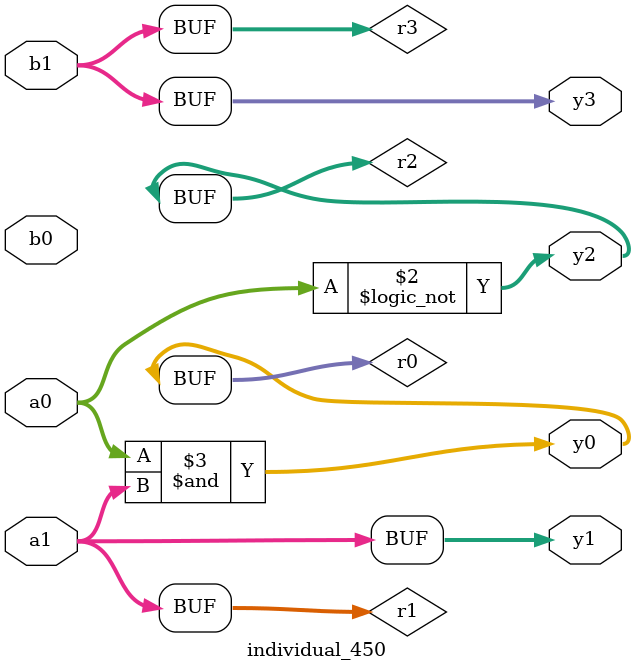
<source format=sv>
module individual_450(input logic [15:0] a1, input logic [15:0] a0, input logic [15:0] b1, input logic [15:0] b0, output logic [15:0] y3, output logic [15:0] y2, output logic [15:0] y1, output logic [15:0] y0);
logic [15:0] r0, r1, r2, r3; 
 always@(*) begin 
	 r0 = a0; r1 = a1; r2 = b0; r3 = b1; 
 	 r2 = ! a0 ;
 	 r0  &=  r1 ;
 	 y3 = r3; y2 = r2; y1 = r1; y0 = r0; 
end
endmodule
</source>
